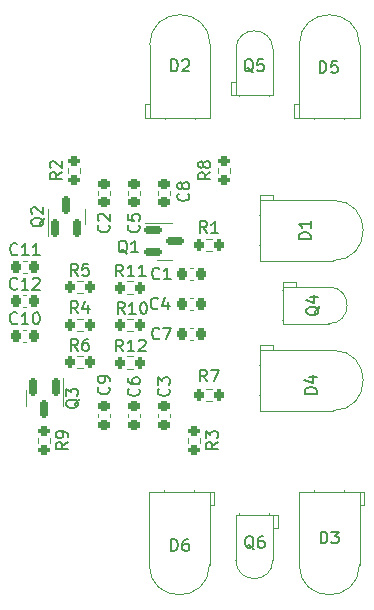
<source format=gbr>
%TF.GenerationSoftware,KiCad,Pcbnew,(6.0.4)*%
%TF.CreationDate,2024-03-23T15:20:54+02:00*%
%TF.ProjectId,EEE3088 Sensing,45454533-3038-4382-9053-656e73696e67,R1.0*%
%TF.SameCoordinates,Original*%
%TF.FileFunction,Legend,Top*%
%TF.FilePolarity,Positive*%
%FSLAX46Y46*%
G04 Gerber Fmt 4.6, Leading zero omitted, Abs format (unit mm)*
G04 Created by KiCad (PCBNEW (6.0.4)) date 2024-03-23 15:20:54*
%MOMM*%
%LPD*%
G01*
G04 APERTURE LIST*
G04 Aperture macros list*
%AMRoundRect*
0 Rectangle with rounded corners*
0 $1 Rounding radius*
0 $2 $3 $4 $5 $6 $7 $8 $9 X,Y pos of 4 corners*
0 Add a 4 corners polygon primitive as box body*
4,1,4,$2,$3,$4,$5,$6,$7,$8,$9,$2,$3,0*
0 Add four circle primitives for the rounded corners*
1,1,$1+$1,$2,$3*
1,1,$1+$1,$4,$5*
1,1,$1+$1,$6,$7*
1,1,$1+$1,$8,$9*
0 Add four rect primitives between the rounded corners*
20,1,$1+$1,$2,$3,$4,$5,0*
20,1,$1+$1,$4,$5,$6,$7,0*
20,1,$1+$1,$6,$7,$8,$9,0*
20,1,$1+$1,$8,$9,$2,$3,0*%
G04 Aperture macros list end*
%ADD10C,0.150000*%
%ADD11C,0.120000*%
%ADD12RoundRect,0.225000X-0.225000X-0.250000X0.225000X-0.250000X0.225000X0.250000X-0.225000X0.250000X0*%
%ADD13RoundRect,0.225000X0.250000X-0.225000X0.250000X0.225000X-0.250000X0.225000X-0.250000X-0.225000X0*%
%ADD14RoundRect,0.225000X-0.250000X0.225000X-0.250000X-0.225000X0.250000X-0.225000X0.250000X0.225000X0*%
%ADD15RoundRect,0.225000X0.225000X0.250000X-0.225000X0.250000X-0.225000X-0.250000X0.225000X-0.250000X0*%
%ADD16RoundRect,0.200000X0.200000X0.275000X-0.200000X0.275000X-0.200000X-0.275000X0.200000X-0.275000X0*%
%ADD17RoundRect,0.200000X0.275000X-0.200000X0.275000X0.200000X-0.275000X0.200000X-0.275000X-0.200000X0*%
%ADD18RoundRect,0.200000X-0.275000X0.200000X-0.275000X-0.200000X0.275000X-0.200000X0.275000X0.200000X0*%
%ADD19RoundRect,0.200000X-0.200000X-0.275000X0.200000X-0.275000X0.200000X0.275000X-0.200000X0.275000X0*%
%ADD20RoundRect,0.150000X-0.150000X0.587500X-0.150000X-0.587500X0.150000X-0.587500X0.150000X0.587500X0*%
%ADD21RoundRect,0.150000X0.150000X-0.587500X0.150000X0.587500X-0.150000X0.587500X-0.150000X-0.587500X0*%
%ADD22RoundRect,0.150000X-0.587500X-0.150000X0.587500X-0.150000X0.587500X0.150000X-0.587500X0.150000X0*%
%ADD23C,1.800000*%
%ADD24R,1.800000X1.800000*%
%ADD25O,1.700000X1.700000*%
%ADD26R,1.700000X1.700000*%
G04 APERTURE END LIST*
D10*
%TO.C,C12*%
X129773142Y-71063142D02*
X129725523Y-71110761D01*
X129582666Y-71158380D01*
X129487428Y-71158380D01*
X129344571Y-71110761D01*
X129249333Y-71015523D01*
X129201714Y-70920285D01*
X129154095Y-70729809D01*
X129154095Y-70586952D01*
X129201714Y-70396476D01*
X129249333Y-70301238D01*
X129344571Y-70206000D01*
X129487428Y-70158380D01*
X129582666Y-70158380D01*
X129725523Y-70206000D01*
X129773142Y-70253619D01*
X130725523Y-71158380D02*
X130154095Y-71158380D01*
X130439809Y-71158380D02*
X130439809Y-70158380D01*
X130344571Y-70301238D01*
X130249333Y-70396476D01*
X130154095Y-70444095D01*
X131106476Y-70253619D02*
X131154095Y-70206000D01*
X131249333Y-70158380D01*
X131487428Y-70158380D01*
X131582666Y-70206000D01*
X131630285Y-70253619D01*
X131677904Y-70348857D01*
X131677904Y-70444095D01*
X131630285Y-70586952D01*
X131058857Y-71158380D01*
X131677904Y-71158380D01*
%TO.C,C11*%
X129786142Y-68142142D02*
X129738523Y-68189761D01*
X129595666Y-68237380D01*
X129500428Y-68237380D01*
X129357571Y-68189761D01*
X129262333Y-68094523D01*
X129214714Y-67999285D01*
X129167095Y-67808809D01*
X129167095Y-67665952D01*
X129214714Y-67475476D01*
X129262333Y-67380238D01*
X129357571Y-67285000D01*
X129500428Y-67237380D01*
X129595666Y-67237380D01*
X129738523Y-67285000D01*
X129786142Y-67332619D01*
X130738523Y-68237380D02*
X130167095Y-68237380D01*
X130452809Y-68237380D02*
X130452809Y-67237380D01*
X130357571Y-67380238D01*
X130262333Y-67475476D01*
X130167095Y-67523095D01*
X131690904Y-68237380D02*
X131119476Y-68237380D01*
X131405190Y-68237380D02*
X131405190Y-67237380D01*
X131309952Y-67380238D01*
X131214714Y-67475476D01*
X131119476Y-67523095D01*
%TO.C,C10*%
X129773142Y-73984142D02*
X129725523Y-74031761D01*
X129582666Y-74079380D01*
X129487428Y-74079380D01*
X129344571Y-74031761D01*
X129249333Y-73936523D01*
X129201714Y-73841285D01*
X129154095Y-73650809D01*
X129154095Y-73507952D01*
X129201714Y-73317476D01*
X129249333Y-73222238D01*
X129344571Y-73127000D01*
X129487428Y-73079380D01*
X129582666Y-73079380D01*
X129725523Y-73127000D01*
X129773142Y-73174619D01*
X130725523Y-74079380D02*
X130154095Y-74079380D01*
X130439809Y-74079380D02*
X130439809Y-73079380D01*
X130344571Y-73222238D01*
X130249333Y-73317476D01*
X130154095Y-73365095D01*
X131344571Y-73079380D02*
X131439809Y-73079380D01*
X131535047Y-73127000D01*
X131582666Y-73174619D01*
X131630285Y-73269857D01*
X131677904Y-73460333D01*
X131677904Y-73698428D01*
X131630285Y-73888904D01*
X131582666Y-73984142D01*
X131535047Y-74031761D01*
X131439809Y-74079380D01*
X131344571Y-74079380D01*
X131249333Y-74031761D01*
X131201714Y-73984142D01*
X131154095Y-73888904D01*
X131106476Y-73698428D01*
X131106476Y-73460333D01*
X131154095Y-73269857D01*
X131201714Y-73174619D01*
X131249333Y-73127000D01*
X131344571Y-73079380D01*
%TO.C,C9*%
X137517142Y-79414666D02*
X137564761Y-79462285D01*
X137612380Y-79605142D01*
X137612380Y-79700380D01*
X137564761Y-79843238D01*
X137469523Y-79938476D01*
X137374285Y-79986095D01*
X137183809Y-80033714D01*
X137040952Y-80033714D01*
X136850476Y-79986095D01*
X136755238Y-79938476D01*
X136660000Y-79843238D01*
X136612380Y-79700380D01*
X136612380Y-79605142D01*
X136660000Y-79462285D01*
X136707619Y-79414666D01*
X137612380Y-78938476D02*
X137612380Y-78748000D01*
X137564761Y-78652761D01*
X137517142Y-78605142D01*
X137374285Y-78509904D01*
X137183809Y-78462285D01*
X136802857Y-78462285D01*
X136707619Y-78509904D01*
X136660000Y-78557523D01*
X136612380Y-78652761D01*
X136612380Y-78843238D01*
X136660000Y-78938476D01*
X136707619Y-78986095D01*
X136802857Y-79033714D01*
X137040952Y-79033714D01*
X137136190Y-78986095D01*
X137183809Y-78938476D01*
X137231428Y-78843238D01*
X137231428Y-78652761D01*
X137183809Y-78557523D01*
X137136190Y-78509904D01*
X137040952Y-78462285D01*
%TO.C,C8*%
X144248142Y-63031666D02*
X144295761Y-63079285D01*
X144343380Y-63222142D01*
X144343380Y-63317380D01*
X144295761Y-63460238D01*
X144200523Y-63555476D01*
X144105285Y-63603095D01*
X143914809Y-63650714D01*
X143771952Y-63650714D01*
X143581476Y-63603095D01*
X143486238Y-63555476D01*
X143391000Y-63460238D01*
X143343380Y-63317380D01*
X143343380Y-63222142D01*
X143391000Y-63079285D01*
X143438619Y-63031666D01*
X143771952Y-62460238D02*
X143724333Y-62555476D01*
X143676714Y-62603095D01*
X143581476Y-62650714D01*
X143533857Y-62650714D01*
X143438619Y-62603095D01*
X143391000Y-62555476D01*
X143343380Y-62460238D01*
X143343380Y-62269761D01*
X143391000Y-62174523D01*
X143438619Y-62126904D01*
X143533857Y-62079285D01*
X143581476Y-62079285D01*
X143676714Y-62126904D01*
X143724333Y-62174523D01*
X143771952Y-62269761D01*
X143771952Y-62460238D01*
X143819571Y-62555476D01*
X143867190Y-62603095D01*
X143962428Y-62650714D01*
X144152904Y-62650714D01*
X144248142Y-62603095D01*
X144295761Y-62555476D01*
X144343380Y-62460238D01*
X144343380Y-62269761D01*
X144295761Y-62174523D01*
X144248142Y-62126904D01*
X144152904Y-62079285D01*
X143962428Y-62079285D01*
X143867190Y-62126904D01*
X143819571Y-62174523D01*
X143771952Y-62269761D01*
%TO.C,C7*%
X141819333Y-75287142D02*
X141771714Y-75334761D01*
X141628857Y-75382380D01*
X141533619Y-75382380D01*
X141390761Y-75334761D01*
X141295523Y-75239523D01*
X141247904Y-75144285D01*
X141200285Y-74953809D01*
X141200285Y-74810952D01*
X141247904Y-74620476D01*
X141295523Y-74525238D01*
X141390761Y-74430000D01*
X141533619Y-74382380D01*
X141628857Y-74382380D01*
X141771714Y-74430000D01*
X141819333Y-74477619D01*
X142152666Y-74382380D02*
X142819333Y-74382380D01*
X142390761Y-75382380D01*
%TO.C,C6*%
X140057142Y-79541666D02*
X140104761Y-79589285D01*
X140152380Y-79732142D01*
X140152380Y-79827380D01*
X140104761Y-79970238D01*
X140009523Y-80065476D01*
X139914285Y-80113095D01*
X139723809Y-80160714D01*
X139580952Y-80160714D01*
X139390476Y-80113095D01*
X139295238Y-80065476D01*
X139200000Y-79970238D01*
X139152380Y-79827380D01*
X139152380Y-79732142D01*
X139200000Y-79589285D01*
X139247619Y-79541666D01*
X139152380Y-78684523D02*
X139152380Y-78875000D01*
X139200000Y-78970238D01*
X139247619Y-79017857D01*
X139390476Y-79113095D01*
X139580952Y-79160714D01*
X139961904Y-79160714D01*
X140057142Y-79113095D01*
X140104761Y-79065476D01*
X140152380Y-78970238D01*
X140152380Y-78779761D01*
X140104761Y-78684523D01*
X140057142Y-78636904D01*
X139961904Y-78589285D01*
X139723809Y-78589285D01*
X139628571Y-78636904D01*
X139580952Y-78684523D01*
X139533333Y-78779761D01*
X139533333Y-78970238D01*
X139580952Y-79065476D01*
X139628571Y-79113095D01*
X139723809Y-79160714D01*
%TO.C,C5*%
X140057142Y-65698666D02*
X140104761Y-65746285D01*
X140152380Y-65889142D01*
X140152380Y-65984380D01*
X140104761Y-66127238D01*
X140009523Y-66222476D01*
X139914285Y-66270095D01*
X139723809Y-66317714D01*
X139580952Y-66317714D01*
X139390476Y-66270095D01*
X139295238Y-66222476D01*
X139200000Y-66127238D01*
X139152380Y-65984380D01*
X139152380Y-65889142D01*
X139200000Y-65746285D01*
X139247619Y-65698666D01*
X139152380Y-64793904D02*
X139152380Y-65270095D01*
X139628571Y-65317714D01*
X139580952Y-65270095D01*
X139533333Y-65174857D01*
X139533333Y-64936761D01*
X139580952Y-64841523D01*
X139628571Y-64793904D01*
X139723809Y-64746285D01*
X139961904Y-64746285D01*
X140057142Y-64793904D01*
X140104761Y-64841523D01*
X140152380Y-64936761D01*
X140152380Y-65174857D01*
X140104761Y-65270095D01*
X140057142Y-65317714D01*
%TO.C,C4*%
X141692333Y-72747142D02*
X141644714Y-72794761D01*
X141501857Y-72842380D01*
X141406619Y-72842380D01*
X141263761Y-72794761D01*
X141168523Y-72699523D01*
X141120904Y-72604285D01*
X141073285Y-72413809D01*
X141073285Y-72270952D01*
X141120904Y-72080476D01*
X141168523Y-71985238D01*
X141263761Y-71890000D01*
X141406619Y-71842380D01*
X141501857Y-71842380D01*
X141644714Y-71890000D01*
X141692333Y-71937619D01*
X142549476Y-72175714D02*
X142549476Y-72842380D01*
X142311380Y-71794761D02*
X142073285Y-72509047D01*
X142692333Y-72509047D01*
%TO.C,C3*%
X142597142Y-79541666D02*
X142644761Y-79589285D01*
X142692380Y-79732142D01*
X142692380Y-79827380D01*
X142644761Y-79970238D01*
X142549523Y-80065476D01*
X142454285Y-80113095D01*
X142263809Y-80160714D01*
X142120952Y-80160714D01*
X141930476Y-80113095D01*
X141835238Y-80065476D01*
X141740000Y-79970238D01*
X141692380Y-79827380D01*
X141692380Y-79732142D01*
X141740000Y-79589285D01*
X141787619Y-79541666D01*
X141692380Y-79208333D02*
X141692380Y-78589285D01*
X142073333Y-78922619D01*
X142073333Y-78779761D01*
X142120952Y-78684523D01*
X142168571Y-78636904D01*
X142263809Y-78589285D01*
X142501904Y-78589285D01*
X142597142Y-78636904D01*
X142644761Y-78684523D01*
X142692380Y-78779761D01*
X142692380Y-79065476D01*
X142644761Y-79160714D01*
X142597142Y-79208333D01*
%TO.C,C2*%
X137517142Y-65698666D02*
X137564761Y-65746285D01*
X137612380Y-65889142D01*
X137612380Y-65984380D01*
X137564761Y-66127238D01*
X137469523Y-66222476D01*
X137374285Y-66270095D01*
X137183809Y-66317714D01*
X137040952Y-66317714D01*
X136850476Y-66270095D01*
X136755238Y-66222476D01*
X136660000Y-66127238D01*
X136612380Y-65984380D01*
X136612380Y-65889142D01*
X136660000Y-65746285D01*
X136707619Y-65698666D01*
X136707619Y-65317714D02*
X136660000Y-65270095D01*
X136612380Y-65174857D01*
X136612380Y-64936761D01*
X136660000Y-64841523D01*
X136707619Y-64793904D01*
X136802857Y-64746285D01*
X136898095Y-64746285D01*
X137040952Y-64793904D01*
X137612380Y-65365333D01*
X137612380Y-64746285D01*
%TO.C,C1*%
X141819333Y-70207142D02*
X141771714Y-70254761D01*
X141628857Y-70302380D01*
X141533619Y-70302380D01*
X141390761Y-70254761D01*
X141295523Y-70159523D01*
X141247904Y-70064285D01*
X141200285Y-69873809D01*
X141200285Y-69730952D01*
X141247904Y-69540476D01*
X141295523Y-69445238D01*
X141390761Y-69350000D01*
X141533619Y-69302380D01*
X141628857Y-69302380D01*
X141771714Y-69350000D01*
X141819333Y-69397619D01*
X142771714Y-70302380D02*
X142200285Y-70302380D01*
X142486000Y-70302380D02*
X142486000Y-69302380D01*
X142390761Y-69445238D01*
X142295523Y-69540476D01*
X142200285Y-69588095D01*
%TO.C,R12*%
X138739142Y-76398380D02*
X138405809Y-75922190D01*
X138167714Y-76398380D02*
X138167714Y-75398380D01*
X138548666Y-75398380D01*
X138643904Y-75446000D01*
X138691523Y-75493619D01*
X138739142Y-75588857D01*
X138739142Y-75731714D01*
X138691523Y-75826952D01*
X138643904Y-75874571D01*
X138548666Y-75922190D01*
X138167714Y-75922190D01*
X139691523Y-76398380D02*
X139120095Y-76398380D01*
X139405809Y-76398380D02*
X139405809Y-75398380D01*
X139310571Y-75541238D01*
X139215333Y-75636476D01*
X139120095Y-75684095D01*
X140072476Y-75493619D02*
X140120095Y-75446000D01*
X140215333Y-75398380D01*
X140453428Y-75398380D01*
X140548666Y-75446000D01*
X140596285Y-75493619D01*
X140643904Y-75588857D01*
X140643904Y-75684095D01*
X140596285Y-75826952D01*
X140024857Y-76398380D01*
X140643904Y-76398380D01*
%TO.C,R11*%
X138739142Y-70048380D02*
X138405809Y-69572190D01*
X138167714Y-70048380D02*
X138167714Y-69048380D01*
X138548666Y-69048380D01*
X138643904Y-69096000D01*
X138691523Y-69143619D01*
X138739142Y-69238857D01*
X138739142Y-69381714D01*
X138691523Y-69476952D01*
X138643904Y-69524571D01*
X138548666Y-69572190D01*
X138167714Y-69572190D01*
X139691523Y-70048380D02*
X139120095Y-70048380D01*
X139405809Y-70048380D02*
X139405809Y-69048380D01*
X139310571Y-69191238D01*
X139215333Y-69286476D01*
X139120095Y-69334095D01*
X140643904Y-70048380D02*
X140072476Y-70048380D01*
X140358190Y-70048380D02*
X140358190Y-69048380D01*
X140262952Y-69191238D01*
X140167714Y-69286476D01*
X140072476Y-69334095D01*
%TO.C,R10*%
X138866142Y-73223380D02*
X138532809Y-72747190D01*
X138294714Y-73223380D02*
X138294714Y-72223380D01*
X138675666Y-72223380D01*
X138770904Y-72271000D01*
X138818523Y-72318619D01*
X138866142Y-72413857D01*
X138866142Y-72556714D01*
X138818523Y-72651952D01*
X138770904Y-72699571D01*
X138675666Y-72747190D01*
X138294714Y-72747190D01*
X139818523Y-73223380D02*
X139247095Y-73223380D01*
X139532809Y-73223380D02*
X139532809Y-72223380D01*
X139437571Y-72366238D01*
X139342333Y-72461476D01*
X139247095Y-72509095D01*
X140437571Y-72223380D02*
X140532809Y-72223380D01*
X140628047Y-72271000D01*
X140675666Y-72318619D01*
X140723285Y-72413857D01*
X140770904Y-72604333D01*
X140770904Y-72842428D01*
X140723285Y-73032904D01*
X140675666Y-73128142D01*
X140628047Y-73175761D01*
X140532809Y-73223380D01*
X140437571Y-73223380D01*
X140342333Y-73175761D01*
X140294714Y-73128142D01*
X140247095Y-73032904D01*
X140199476Y-72842428D01*
X140199476Y-72604333D01*
X140247095Y-72413857D01*
X140294714Y-72318619D01*
X140342333Y-72271000D01*
X140437571Y-72223380D01*
%TO.C,R9*%
X134056380Y-84086666D02*
X133580190Y-84420000D01*
X134056380Y-84658095D02*
X133056380Y-84658095D01*
X133056380Y-84277142D01*
X133104000Y-84181904D01*
X133151619Y-84134285D01*
X133246857Y-84086666D01*
X133389714Y-84086666D01*
X133484952Y-84134285D01*
X133532571Y-84181904D01*
X133580190Y-84277142D01*
X133580190Y-84658095D01*
X134056380Y-83610476D02*
X134056380Y-83420000D01*
X134008761Y-83324761D01*
X133961142Y-83277142D01*
X133818285Y-83181904D01*
X133627809Y-83134285D01*
X133246857Y-83134285D01*
X133151619Y-83181904D01*
X133104000Y-83229523D01*
X133056380Y-83324761D01*
X133056380Y-83515238D01*
X133104000Y-83610476D01*
X133151619Y-83658095D01*
X133246857Y-83705714D01*
X133484952Y-83705714D01*
X133580190Y-83658095D01*
X133627809Y-83610476D01*
X133675428Y-83515238D01*
X133675428Y-83324761D01*
X133627809Y-83229523D01*
X133580190Y-83181904D01*
X133484952Y-83134285D01*
%TO.C,R8*%
X146121380Y-61226666D02*
X145645190Y-61560000D01*
X146121380Y-61798095D02*
X145121380Y-61798095D01*
X145121380Y-61417142D01*
X145169000Y-61321904D01*
X145216619Y-61274285D01*
X145311857Y-61226666D01*
X145454714Y-61226666D01*
X145549952Y-61274285D01*
X145597571Y-61321904D01*
X145645190Y-61417142D01*
X145645190Y-61798095D01*
X145549952Y-60655238D02*
X145502333Y-60750476D01*
X145454714Y-60798095D01*
X145359476Y-60845714D01*
X145311857Y-60845714D01*
X145216619Y-60798095D01*
X145169000Y-60750476D01*
X145121380Y-60655238D01*
X145121380Y-60464761D01*
X145169000Y-60369523D01*
X145216619Y-60321904D01*
X145311857Y-60274285D01*
X145359476Y-60274285D01*
X145454714Y-60321904D01*
X145502333Y-60369523D01*
X145549952Y-60464761D01*
X145549952Y-60655238D01*
X145597571Y-60750476D01*
X145645190Y-60798095D01*
X145740428Y-60845714D01*
X145930904Y-60845714D01*
X146026142Y-60798095D01*
X146073761Y-60750476D01*
X146121380Y-60655238D01*
X146121380Y-60464761D01*
X146073761Y-60369523D01*
X146026142Y-60321904D01*
X145930904Y-60274285D01*
X145740428Y-60274285D01*
X145645190Y-60321904D01*
X145597571Y-60369523D01*
X145549952Y-60464761D01*
%TO.C,R7*%
X145833333Y-78938380D02*
X145500000Y-78462190D01*
X145261904Y-78938380D02*
X145261904Y-77938380D01*
X145642857Y-77938380D01*
X145738095Y-77986000D01*
X145785714Y-78033619D01*
X145833333Y-78128857D01*
X145833333Y-78271714D01*
X145785714Y-78366952D01*
X145738095Y-78414571D01*
X145642857Y-78462190D01*
X145261904Y-78462190D01*
X146166666Y-77938380D02*
X146833333Y-77938380D01*
X146404761Y-78938380D01*
%TO.C,R6*%
X134911333Y-76338380D02*
X134578000Y-75862190D01*
X134339904Y-76338380D02*
X134339904Y-75338380D01*
X134720857Y-75338380D01*
X134816095Y-75386000D01*
X134863714Y-75433619D01*
X134911333Y-75528857D01*
X134911333Y-75671714D01*
X134863714Y-75766952D01*
X134816095Y-75814571D01*
X134720857Y-75862190D01*
X134339904Y-75862190D01*
X135768476Y-75338380D02*
X135578000Y-75338380D01*
X135482761Y-75386000D01*
X135435142Y-75433619D01*
X135339904Y-75576476D01*
X135292285Y-75766952D01*
X135292285Y-76147904D01*
X135339904Y-76243142D01*
X135387523Y-76290761D01*
X135482761Y-76338380D01*
X135673238Y-76338380D01*
X135768476Y-76290761D01*
X135816095Y-76243142D01*
X135863714Y-76147904D01*
X135863714Y-75909809D01*
X135816095Y-75814571D01*
X135768476Y-75766952D01*
X135673238Y-75719333D01*
X135482761Y-75719333D01*
X135387523Y-75766952D01*
X135339904Y-75814571D01*
X135292285Y-75909809D01*
%TO.C,R5*%
X134911333Y-69988380D02*
X134578000Y-69512190D01*
X134339904Y-69988380D02*
X134339904Y-68988380D01*
X134720857Y-68988380D01*
X134816095Y-69036000D01*
X134863714Y-69083619D01*
X134911333Y-69178857D01*
X134911333Y-69321714D01*
X134863714Y-69416952D01*
X134816095Y-69464571D01*
X134720857Y-69512190D01*
X134339904Y-69512190D01*
X135816095Y-68988380D02*
X135339904Y-68988380D01*
X135292285Y-69464571D01*
X135339904Y-69416952D01*
X135435142Y-69369333D01*
X135673238Y-69369333D01*
X135768476Y-69416952D01*
X135816095Y-69464571D01*
X135863714Y-69559809D01*
X135863714Y-69797904D01*
X135816095Y-69893142D01*
X135768476Y-69940761D01*
X135673238Y-69988380D01*
X135435142Y-69988380D01*
X135339904Y-69940761D01*
X135292285Y-69893142D01*
%TO.C,R4*%
X134911333Y-73163380D02*
X134578000Y-72687190D01*
X134339904Y-73163380D02*
X134339904Y-72163380D01*
X134720857Y-72163380D01*
X134816095Y-72211000D01*
X134863714Y-72258619D01*
X134911333Y-72353857D01*
X134911333Y-72496714D01*
X134863714Y-72591952D01*
X134816095Y-72639571D01*
X134720857Y-72687190D01*
X134339904Y-72687190D01*
X135768476Y-72496714D02*
X135768476Y-73163380D01*
X135530380Y-72115761D02*
X135292285Y-72830047D01*
X135911333Y-72830047D01*
%TO.C,R3*%
X146756380Y-84086666D02*
X146280190Y-84420000D01*
X146756380Y-84658095D02*
X145756380Y-84658095D01*
X145756380Y-84277142D01*
X145804000Y-84181904D01*
X145851619Y-84134285D01*
X145946857Y-84086666D01*
X146089714Y-84086666D01*
X146184952Y-84134285D01*
X146232571Y-84181904D01*
X146280190Y-84277142D01*
X146280190Y-84658095D01*
X145756380Y-83753333D02*
X145756380Y-83134285D01*
X146137333Y-83467619D01*
X146137333Y-83324761D01*
X146184952Y-83229523D01*
X146232571Y-83181904D01*
X146327809Y-83134285D01*
X146565904Y-83134285D01*
X146661142Y-83181904D01*
X146708761Y-83229523D01*
X146756380Y-83324761D01*
X146756380Y-83610476D01*
X146708761Y-83705714D01*
X146661142Y-83753333D01*
%TO.C,R2*%
X133548380Y-61226666D02*
X133072190Y-61560000D01*
X133548380Y-61798095D02*
X132548380Y-61798095D01*
X132548380Y-61417142D01*
X132596000Y-61321904D01*
X132643619Y-61274285D01*
X132738857Y-61226666D01*
X132881714Y-61226666D01*
X132976952Y-61274285D01*
X133024571Y-61321904D01*
X133072190Y-61417142D01*
X133072190Y-61798095D01*
X132643619Y-60845714D02*
X132596000Y-60798095D01*
X132548380Y-60702857D01*
X132548380Y-60464761D01*
X132596000Y-60369523D01*
X132643619Y-60321904D01*
X132738857Y-60274285D01*
X132834095Y-60274285D01*
X132976952Y-60321904D01*
X133548380Y-60893333D01*
X133548380Y-60274285D01*
%TO.C,R1*%
X145833333Y-66365380D02*
X145500000Y-65889190D01*
X145261904Y-66365380D02*
X145261904Y-65365380D01*
X145642857Y-65365380D01*
X145738095Y-65413000D01*
X145785714Y-65460619D01*
X145833333Y-65555857D01*
X145833333Y-65698714D01*
X145785714Y-65793952D01*
X145738095Y-65841571D01*
X145642857Y-65889190D01*
X145261904Y-65889190D01*
X146785714Y-66365380D02*
X146214285Y-66365380D01*
X146500000Y-66365380D02*
X146500000Y-65365380D01*
X146404761Y-65508238D01*
X146309523Y-65603476D01*
X146214285Y-65651095D01*
%TO.C,Q3*%
X135027619Y-80437738D02*
X134980000Y-80532976D01*
X134884761Y-80628214D01*
X134741904Y-80771071D01*
X134694285Y-80866309D01*
X134694285Y-80961547D01*
X134932380Y-80913928D02*
X134884761Y-81009166D01*
X134789523Y-81104404D01*
X134599047Y-81152023D01*
X134265714Y-81152023D01*
X134075238Y-81104404D01*
X133980000Y-81009166D01*
X133932380Y-80913928D01*
X133932380Y-80723452D01*
X133980000Y-80628214D01*
X134075238Y-80532976D01*
X134265714Y-80485357D01*
X134599047Y-80485357D01*
X134789523Y-80532976D01*
X134884761Y-80628214D01*
X134932380Y-80723452D01*
X134932380Y-80913928D01*
X133932380Y-80152023D02*
X133932380Y-79532976D01*
X134313333Y-79866309D01*
X134313333Y-79723452D01*
X134360952Y-79628214D01*
X134408571Y-79580595D01*
X134503809Y-79532976D01*
X134741904Y-79532976D01*
X134837142Y-79580595D01*
X134884761Y-79628214D01*
X134932380Y-79723452D01*
X134932380Y-80009166D01*
X134884761Y-80104404D01*
X134837142Y-80152023D01*
%TO.C,Q2*%
X132071619Y-65070738D02*
X132024000Y-65165976D01*
X131928761Y-65261214D01*
X131785904Y-65404071D01*
X131738285Y-65499309D01*
X131738285Y-65594547D01*
X131976380Y-65546928D02*
X131928761Y-65642166D01*
X131833523Y-65737404D01*
X131643047Y-65785023D01*
X131309714Y-65785023D01*
X131119238Y-65737404D01*
X131024000Y-65642166D01*
X130976380Y-65546928D01*
X130976380Y-65356452D01*
X131024000Y-65261214D01*
X131119238Y-65165976D01*
X131309714Y-65118357D01*
X131643047Y-65118357D01*
X131833523Y-65165976D01*
X131928761Y-65261214D01*
X131976380Y-65356452D01*
X131976380Y-65546928D01*
X131071619Y-64737404D02*
X131024000Y-64689785D01*
X130976380Y-64594547D01*
X130976380Y-64356452D01*
X131024000Y-64261214D01*
X131071619Y-64213595D01*
X131166857Y-64165976D01*
X131262095Y-64165976D01*
X131404952Y-64213595D01*
X131976380Y-64785023D01*
X131976380Y-64165976D01*
%TO.C,Q1*%
X139096761Y-68111619D02*
X139001523Y-68064000D01*
X138906285Y-67968761D01*
X138763428Y-67825904D01*
X138668190Y-67778285D01*
X138572952Y-67778285D01*
X138620571Y-68016380D02*
X138525333Y-67968761D01*
X138430095Y-67873523D01*
X138382476Y-67683047D01*
X138382476Y-67349714D01*
X138430095Y-67159238D01*
X138525333Y-67064000D01*
X138620571Y-67016380D01*
X138811047Y-67016380D01*
X138906285Y-67064000D01*
X139001523Y-67159238D01*
X139049142Y-67349714D01*
X139049142Y-67683047D01*
X139001523Y-67873523D01*
X138906285Y-67968761D01*
X138811047Y-68016380D01*
X138620571Y-68016380D01*
X140001523Y-68016380D02*
X139430095Y-68016380D01*
X139715809Y-68016380D02*
X139715809Y-67016380D01*
X139620571Y-67159238D01*
X139525333Y-67254476D01*
X139430095Y-67302095D01*
%TO.C,Q6*%
X149814761Y-93130619D02*
X149719523Y-93083000D01*
X149624285Y-92987761D01*
X149481428Y-92844904D01*
X149386190Y-92797285D01*
X149290952Y-92797285D01*
X149338571Y-93035380D02*
X149243333Y-92987761D01*
X149148095Y-92892523D01*
X149100476Y-92702047D01*
X149100476Y-92368714D01*
X149148095Y-92178238D01*
X149243333Y-92083000D01*
X149338571Y-92035380D01*
X149529047Y-92035380D01*
X149624285Y-92083000D01*
X149719523Y-92178238D01*
X149767142Y-92368714D01*
X149767142Y-92702047D01*
X149719523Y-92892523D01*
X149624285Y-92987761D01*
X149529047Y-93035380D01*
X149338571Y-93035380D01*
X150624285Y-92035380D02*
X150433809Y-92035380D01*
X150338571Y-92083000D01*
X150290952Y-92130619D01*
X150195714Y-92273476D01*
X150148095Y-92463952D01*
X150148095Y-92844904D01*
X150195714Y-92940142D01*
X150243333Y-92987761D01*
X150338571Y-93035380D01*
X150529047Y-93035380D01*
X150624285Y-92987761D01*
X150671904Y-92940142D01*
X150719523Y-92844904D01*
X150719523Y-92606809D01*
X150671904Y-92511571D01*
X150624285Y-92463952D01*
X150529047Y-92416333D01*
X150338571Y-92416333D01*
X150243333Y-92463952D01*
X150195714Y-92511571D01*
X150148095Y-92606809D01*
%TO.C,D2*%
X142821904Y-52676380D02*
X142821904Y-51676380D01*
X143060000Y-51676380D01*
X143202857Y-51724000D01*
X143298095Y-51819238D01*
X143345714Y-51914476D01*
X143393333Y-52104952D01*
X143393333Y-52247809D01*
X143345714Y-52438285D01*
X143298095Y-52533523D01*
X143202857Y-52628761D01*
X143060000Y-52676380D01*
X142821904Y-52676380D01*
X143774285Y-51771619D02*
X143821904Y-51724000D01*
X143917142Y-51676380D01*
X144155238Y-51676380D01*
X144250476Y-51724000D01*
X144298095Y-51771619D01*
X144345714Y-51866857D01*
X144345714Y-51962095D01*
X144298095Y-52104952D01*
X143726666Y-52676380D01*
X144345714Y-52676380D01*
%TO.C,Q4*%
X155360619Y-72585238D02*
X155313000Y-72680476D01*
X155217761Y-72775714D01*
X155074904Y-72918571D01*
X155027285Y-73013809D01*
X155027285Y-73109047D01*
X155265380Y-73061428D02*
X155217761Y-73156666D01*
X155122523Y-73251904D01*
X154932047Y-73299523D01*
X154598714Y-73299523D01*
X154408238Y-73251904D01*
X154313000Y-73156666D01*
X154265380Y-73061428D01*
X154265380Y-72870952D01*
X154313000Y-72775714D01*
X154408238Y-72680476D01*
X154598714Y-72632857D01*
X154932047Y-72632857D01*
X155122523Y-72680476D01*
X155217761Y-72775714D01*
X155265380Y-72870952D01*
X155265380Y-73061428D01*
X154598714Y-71775714D02*
X155265380Y-71775714D01*
X154217761Y-72013809D02*
X154932047Y-72251904D01*
X154932047Y-71632857D01*
%TO.C,Q5*%
X149764761Y-52771619D02*
X149669523Y-52724000D01*
X149574285Y-52628761D01*
X149431428Y-52485904D01*
X149336190Y-52438285D01*
X149240952Y-52438285D01*
X149288571Y-52676380D02*
X149193333Y-52628761D01*
X149098095Y-52533523D01*
X149050476Y-52343047D01*
X149050476Y-52009714D01*
X149098095Y-51819238D01*
X149193333Y-51724000D01*
X149288571Y-51676380D01*
X149479047Y-51676380D01*
X149574285Y-51724000D01*
X149669523Y-51819238D01*
X149717142Y-52009714D01*
X149717142Y-52343047D01*
X149669523Y-52533523D01*
X149574285Y-52628761D01*
X149479047Y-52676380D01*
X149288571Y-52676380D01*
X150621904Y-51676380D02*
X150145714Y-51676380D01*
X150098095Y-52152571D01*
X150145714Y-52104952D01*
X150240952Y-52057333D01*
X150479047Y-52057333D01*
X150574285Y-52104952D01*
X150621904Y-52152571D01*
X150669523Y-52247809D01*
X150669523Y-52485904D01*
X150621904Y-52581142D01*
X150574285Y-52628761D01*
X150479047Y-52676380D01*
X150240952Y-52676380D01*
X150145714Y-52628761D01*
X150098095Y-52581142D01*
%TO.C,D6*%
X142821904Y-93289380D02*
X142821904Y-92289380D01*
X143060000Y-92289380D01*
X143202857Y-92337000D01*
X143298095Y-92432238D01*
X143345714Y-92527476D01*
X143393333Y-92717952D01*
X143393333Y-92860809D01*
X143345714Y-93051285D01*
X143298095Y-93146523D01*
X143202857Y-93241761D01*
X143060000Y-93289380D01*
X142821904Y-93289380D01*
X144250476Y-92289380D02*
X144060000Y-92289380D01*
X143964761Y-92337000D01*
X143917142Y-92384619D01*
X143821904Y-92527476D01*
X143774285Y-92717952D01*
X143774285Y-93098904D01*
X143821904Y-93194142D01*
X143869523Y-93241761D01*
X143964761Y-93289380D01*
X144155238Y-93289380D01*
X144250476Y-93241761D01*
X144298095Y-93194142D01*
X144345714Y-93098904D01*
X144345714Y-92860809D01*
X144298095Y-92765571D01*
X144250476Y-92717952D01*
X144155238Y-92670333D01*
X143964761Y-92670333D01*
X143869523Y-92717952D01*
X143821904Y-92765571D01*
X143774285Y-92860809D01*
%TO.C,D1*%
X154630380Y-66883095D02*
X153630380Y-66883095D01*
X153630380Y-66645000D01*
X153678000Y-66502142D01*
X153773238Y-66406904D01*
X153868476Y-66359285D01*
X154058952Y-66311666D01*
X154201809Y-66311666D01*
X154392285Y-66359285D01*
X154487523Y-66406904D01*
X154582761Y-66502142D01*
X154630380Y-66645000D01*
X154630380Y-66883095D01*
X154630380Y-65359285D02*
X154630380Y-65930714D01*
X154630380Y-65645000D02*
X153630380Y-65645000D01*
X153773238Y-65740238D01*
X153868476Y-65835476D01*
X153916095Y-65930714D01*
%TO.C,D5*%
X155394904Y-52803380D02*
X155394904Y-51803380D01*
X155633000Y-51803380D01*
X155775857Y-51851000D01*
X155871095Y-51946238D01*
X155918714Y-52041476D01*
X155966333Y-52231952D01*
X155966333Y-52374809D01*
X155918714Y-52565285D01*
X155871095Y-52660523D01*
X155775857Y-52755761D01*
X155633000Y-52803380D01*
X155394904Y-52803380D01*
X156871095Y-51803380D02*
X156394904Y-51803380D01*
X156347285Y-52279571D01*
X156394904Y-52231952D01*
X156490142Y-52184333D01*
X156728238Y-52184333D01*
X156823476Y-52231952D01*
X156871095Y-52279571D01*
X156918714Y-52374809D01*
X156918714Y-52612904D01*
X156871095Y-52708142D01*
X156823476Y-52755761D01*
X156728238Y-52803380D01*
X156490142Y-52803380D01*
X156394904Y-52755761D01*
X156347285Y-52708142D01*
%TO.C,D4*%
X155138380Y-79986095D02*
X154138380Y-79986095D01*
X154138380Y-79748000D01*
X154186000Y-79605142D01*
X154281238Y-79509904D01*
X154376476Y-79462285D01*
X154566952Y-79414666D01*
X154709809Y-79414666D01*
X154900285Y-79462285D01*
X154995523Y-79509904D01*
X155090761Y-79605142D01*
X155138380Y-79748000D01*
X155138380Y-79986095D01*
X154471714Y-78557523D02*
X155138380Y-78557523D01*
X154090761Y-78795619D02*
X154805047Y-79033714D01*
X154805047Y-78414666D01*
%TO.C,D3*%
X155466904Y-92654380D02*
X155466904Y-91654380D01*
X155705000Y-91654380D01*
X155847857Y-91702000D01*
X155943095Y-91797238D01*
X155990714Y-91892476D01*
X156038333Y-92082952D01*
X156038333Y-92225809D01*
X155990714Y-92416285D01*
X155943095Y-92511523D01*
X155847857Y-92606761D01*
X155705000Y-92654380D01*
X155466904Y-92654380D01*
X156371666Y-91654380D02*
X156990714Y-91654380D01*
X156657380Y-92035333D01*
X156800238Y-92035333D01*
X156895476Y-92082952D01*
X156943095Y-92130571D01*
X156990714Y-92225809D01*
X156990714Y-92463904D01*
X156943095Y-92559142D01*
X156895476Y-92606761D01*
X156800238Y-92654380D01*
X156514523Y-92654380D01*
X156419285Y-92606761D01*
X156371666Y-92559142D01*
D11*
%TO.C,C12*%
X130275420Y-72646000D02*
X130556580Y-72646000D01*
X130275420Y-71626000D02*
X130556580Y-71626000D01*
%TO.C,C11*%
X130288420Y-69725000D02*
X130569580Y-69725000D01*
X130288420Y-68705000D02*
X130569580Y-68705000D01*
%TO.C,C10*%
X130275420Y-75567000D02*
X130556580Y-75567000D01*
X130275420Y-74547000D02*
X130556580Y-74547000D01*
%TO.C,C9*%
X137670000Y-81965580D02*
X137670000Y-81684420D01*
X136650000Y-81965580D02*
X136650000Y-81684420D01*
%TO.C,C8*%
X142750000Y-62838420D02*
X142750000Y-63119580D01*
X141730000Y-62838420D02*
X141730000Y-63119580D01*
%TO.C,C7*%
X144679580Y-74420000D02*
X144398420Y-74420000D01*
X144679580Y-75440000D02*
X144398420Y-75440000D01*
%TO.C,C6*%
X140210000Y-81965580D02*
X140210000Y-81684420D01*
X139190000Y-81965580D02*
X139190000Y-81684420D01*
%TO.C,C5*%
X139190000Y-62838420D02*
X139190000Y-63119580D01*
X140210000Y-62838420D02*
X140210000Y-63119580D01*
%TO.C,C4*%
X144679580Y-71880000D02*
X144398420Y-71880000D01*
X144679580Y-72900000D02*
X144398420Y-72900000D01*
%TO.C,C3*%
X142710000Y-81965580D02*
X142710000Y-81684420D01*
X141690000Y-81965580D02*
X141690000Y-81684420D01*
%TO.C,C2*%
X136640000Y-62838420D02*
X136640000Y-63119580D01*
X137660000Y-62838420D02*
X137660000Y-63119580D01*
%TO.C,C1*%
X144679580Y-69340000D02*
X144398420Y-69340000D01*
X144679580Y-70360000D02*
X144398420Y-70360000D01*
%TO.C,R12*%
X139556258Y-76820500D02*
X139081742Y-76820500D01*
X139556258Y-77865500D02*
X139081742Y-77865500D01*
%TO.C,R11*%
X139556258Y-70470500D02*
X139081742Y-70470500D01*
X139556258Y-71515500D02*
X139081742Y-71515500D01*
%TO.C,R10*%
X139556258Y-73645500D02*
X139081742Y-73645500D01*
X139556258Y-74690500D02*
X139081742Y-74690500D01*
%TO.C,R9*%
X132552500Y-84157258D02*
X132552500Y-83682742D01*
X131507500Y-84157258D02*
X131507500Y-83682742D01*
%TO.C,R8*%
X146747500Y-60822742D02*
X146747500Y-61297258D01*
X147792500Y-60822742D02*
X147792500Y-61297258D01*
%TO.C,R7*%
X146237258Y-79587500D02*
X145762742Y-79587500D01*
X146237258Y-80632500D02*
X145762742Y-80632500D01*
%TO.C,R6*%
X134840742Y-77838500D02*
X135315258Y-77838500D01*
X134840742Y-76793500D02*
X135315258Y-76793500D01*
%TO.C,R5*%
X134840742Y-71488500D02*
X135315258Y-71488500D01*
X134840742Y-70443500D02*
X135315258Y-70443500D01*
%TO.C,R4*%
X134840742Y-74663500D02*
X135315258Y-74663500D01*
X134840742Y-73618500D02*
X135315258Y-73618500D01*
%TO.C,R3*%
X145252500Y-84157258D02*
X145252500Y-83682742D01*
X144207500Y-84157258D02*
X144207500Y-83682742D01*
%TO.C,R2*%
X134047500Y-60822742D02*
X134047500Y-61297258D01*
X135092500Y-60822742D02*
X135092500Y-61297258D01*
%TO.C,R1*%
X146237258Y-66887500D02*
X145762742Y-66887500D01*
X146237258Y-67932500D02*
X145762742Y-67932500D01*
%TO.C,Q3*%
X133640000Y-80342500D02*
X133640000Y-80992500D01*
X130520000Y-80342500D02*
X130520000Y-80992500D01*
X133640000Y-80342500D02*
X133640000Y-78667500D01*
X130520000Y-80342500D02*
X130520000Y-79692500D01*
%TO.C,Q2*%
X132364000Y-64975500D02*
X132364000Y-64325500D01*
X135484000Y-64975500D02*
X135484000Y-64325500D01*
X132364000Y-64975500D02*
X132364000Y-66650500D01*
X135484000Y-64975500D02*
X135484000Y-65625500D01*
%TO.C,Q1*%
X142240000Y-68616000D02*
X141590000Y-68616000D01*
X142240000Y-65496000D02*
X140565000Y-65496000D01*
X142240000Y-68616000D02*
X142890000Y-68616000D01*
X142240000Y-65496000D02*
X142890000Y-65496000D01*
%TO.C,Q6*%
X148300000Y-94070000D02*
G75*
G03*
X151420000Y-94070000I1560000J0D01*
G01*
X148590000Y-90210000D02*
X148590000Y-90080000D01*
X148590000Y-90080000D02*
X148590000Y-90210000D01*
X151420000Y-90210000D02*
X151820000Y-90210000D01*
X151420000Y-91330000D02*
X151420000Y-90210000D01*
X148590000Y-90210000D02*
X148590000Y-90210000D01*
X151130000Y-90210000D02*
X151130000Y-90080000D01*
X151130000Y-90080000D02*
X151130000Y-90210000D01*
X148300000Y-90210000D02*
X151420000Y-90210000D01*
X151820000Y-90210000D02*
X151820000Y-91330000D01*
X151130000Y-90080000D02*
X151130000Y-90080000D01*
X151820000Y-91330000D02*
X151420000Y-91330000D01*
X148300000Y-90210000D02*
X148300000Y-94070000D01*
X151420000Y-90210000D02*
X151420000Y-94070000D01*
X148590000Y-90080000D02*
X148590000Y-90080000D01*
X151130000Y-90210000D02*
X151130000Y-90210000D01*
%TO.C,D2*%
X142290000Y-56735000D02*
X142290000Y-56605000D01*
X144830000Y-56605000D02*
X144830000Y-56735000D01*
X146120000Y-56605000D02*
X141000000Y-56605000D01*
X144830000Y-56735000D02*
X144830000Y-56735000D01*
X144830000Y-56735000D02*
X144830000Y-56605000D01*
X146120000Y-56605000D02*
X146120000Y-50445000D01*
X142290000Y-56605000D02*
X142290000Y-56735000D01*
X141000000Y-56605000D02*
X141000000Y-50445000D01*
X140600000Y-56605000D02*
X140600000Y-55485000D01*
X142290000Y-56605000D02*
X142290000Y-56605000D01*
X140600000Y-55485000D02*
X141000000Y-55485000D01*
X144830000Y-56605000D02*
X144830000Y-56605000D01*
X142290000Y-56735000D02*
X142290000Y-56735000D01*
X141000000Y-55485000D02*
X141000000Y-56605000D01*
X141000000Y-56605000D02*
X140600000Y-56605000D01*
X146120000Y-50445000D02*
G75*
G03*
X141000000Y-50445000I-2560000J0D01*
G01*
%TO.C,Q4*%
X156150000Y-74050000D02*
G75*
G03*
X156150000Y-70930000I0J1560000D01*
G01*
X152290000Y-73760000D02*
X152290000Y-73760000D01*
X152290000Y-70930000D02*
X156150000Y-70930000D01*
X152290000Y-71220000D02*
X152290000Y-71220000D01*
X152290000Y-70530000D02*
X153410000Y-70530000D01*
X152290000Y-74050000D02*
X156150000Y-74050000D01*
X152160000Y-73760000D02*
X152160000Y-73760000D01*
X152160000Y-71220000D02*
X152290000Y-71220000D01*
X152290000Y-71220000D02*
X152160000Y-71220000D01*
X152160000Y-71220000D02*
X152160000Y-71220000D01*
X152290000Y-73760000D02*
X152160000Y-73760000D01*
X153410000Y-70530000D02*
X153410000Y-70930000D01*
X152290000Y-70930000D02*
X152290000Y-70530000D01*
X152290000Y-74050000D02*
X152290000Y-70930000D01*
X152160000Y-73760000D02*
X152290000Y-73760000D01*
X153410000Y-70930000D02*
X152290000Y-70930000D01*
%TO.C,Q5*%
X148590000Y-54800000D02*
X148590000Y-54800000D01*
X148590000Y-54670000D02*
X148590000Y-54800000D01*
X151130000Y-54800000D02*
X151130000Y-54670000D01*
X151130000Y-54670000D02*
X151130000Y-54670000D01*
X148590000Y-54800000D02*
X148590000Y-54670000D01*
X147900000Y-53550000D02*
X148300000Y-53550000D01*
X148300000Y-53550000D02*
X148300000Y-54670000D01*
X151420000Y-54670000D02*
X151420000Y-50810000D01*
X151420000Y-54670000D02*
X148300000Y-54670000D01*
X148300000Y-54670000D02*
X148300000Y-50810000D01*
X151130000Y-54670000D02*
X151130000Y-54800000D01*
X148300000Y-54670000D02*
X147900000Y-54670000D01*
X147900000Y-54670000D02*
X147900000Y-53550000D01*
X148590000Y-54670000D02*
X148590000Y-54670000D01*
X151130000Y-54800000D02*
X151130000Y-54800000D01*
X151420000Y-50810000D02*
G75*
G03*
X148300000Y-50810000I-1560000J0D01*
G01*
%TO.C,D6*%
X140945000Y-88275000D02*
X140945000Y-94435000D01*
X140945000Y-88275000D02*
X146065000Y-88275000D01*
X142235000Y-88145000D02*
X142235000Y-88275000D01*
X146465000Y-88275000D02*
X146465000Y-89395000D01*
X142235000Y-88145000D02*
X142235000Y-88145000D01*
X144775000Y-88145000D02*
X144775000Y-88145000D01*
X144775000Y-88275000D02*
X144775000Y-88275000D01*
X146065000Y-88275000D02*
X146465000Y-88275000D01*
X144775000Y-88275000D02*
X144775000Y-88145000D01*
X146465000Y-89395000D02*
X146065000Y-89395000D01*
X144775000Y-88145000D02*
X144775000Y-88275000D01*
X142235000Y-88275000D02*
X142235000Y-88275000D01*
X146065000Y-88275000D02*
X146065000Y-94435000D01*
X142235000Y-88275000D02*
X142235000Y-88145000D01*
X146065000Y-89395000D02*
X146065000Y-88275000D01*
X140945000Y-94435000D02*
G75*
G03*
X146065000Y-94435000I2560000J0D01*
G01*
%TO.C,D1*%
X150355000Y-68705000D02*
X156515000Y-68705000D01*
X150355000Y-64875000D02*
X150225000Y-64875000D01*
X150225000Y-67415000D02*
X150355000Y-67415000D01*
X150355000Y-63185000D02*
X151475000Y-63185000D01*
X150355000Y-64875000D02*
X150355000Y-64875000D01*
X151475000Y-63185000D02*
X151475000Y-63585000D01*
X150225000Y-67415000D02*
X150225000Y-67415000D01*
X150355000Y-67415000D02*
X150225000Y-67415000D01*
X151475000Y-63585000D02*
X150355000Y-63585000D01*
X150355000Y-68705000D02*
X150355000Y-63585000D01*
X150355000Y-67415000D02*
X150355000Y-67415000D01*
X150355000Y-63585000D02*
X150355000Y-63185000D01*
X150225000Y-64875000D02*
X150225000Y-64875000D01*
X150225000Y-64875000D02*
X150355000Y-64875000D01*
X150355000Y-63585000D02*
X156515000Y-63585000D01*
X156515000Y-68705000D02*
G75*
G03*
X156515000Y-63585000I0J2560000D01*
G01*
%TO.C,D5*%
X154945000Y-56605000D02*
X154945000Y-56605000D01*
X153655000Y-56605000D02*
X153255000Y-56605000D01*
X157485000Y-56735000D02*
X157485000Y-56735000D01*
X154945000Y-56735000D02*
X154945000Y-56735000D01*
X153255000Y-56605000D02*
X153255000Y-55485000D01*
X154945000Y-56735000D02*
X154945000Y-56605000D01*
X157485000Y-56605000D02*
X157485000Y-56735000D01*
X154945000Y-56605000D02*
X154945000Y-56735000D01*
X158775000Y-56605000D02*
X158775000Y-50445000D01*
X158775000Y-56605000D02*
X153655000Y-56605000D01*
X157485000Y-56735000D02*
X157485000Y-56605000D01*
X153655000Y-55485000D02*
X153655000Y-56605000D01*
X153255000Y-55485000D02*
X153655000Y-55485000D01*
X153655000Y-56605000D02*
X153655000Y-50445000D01*
X157485000Y-56605000D02*
X157485000Y-56605000D01*
X158775000Y-50445000D02*
G75*
G03*
X153655000Y-50445000I-2560000J0D01*
G01*
%TO.C,D4*%
X150355000Y-75885000D02*
X151475000Y-75885000D01*
X150355000Y-77575000D02*
X150225000Y-77575000D01*
X150355000Y-80115000D02*
X150225000Y-80115000D01*
X150355000Y-77575000D02*
X150355000Y-77575000D01*
X150225000Y-80115000D02*
X150355000Y-80115000D01*
X151475000Y-75885000D02*
X151475000Y-76285000D01*
X150355000Y-81405000D02*
X150355000Y-76285000D01*
X150355000Y-80115000D02*
X150355000Y-80115000D01*
X151475000Y-76285000D02*
X150355000Y-76285000D01*
X150225000Y-77575000D02*
X150225000Y-77575000D01*
X150355000Y-81405000D02*
X156515000Y-81405000D01*
X150225000Y-80115000D02*
X150225000Y-80115000D01*
X150225000Y-77575000D02*
X150355000Y-77575000D01*
X150355000Y-76285000D02*
X156515000Y-76285000D01*
X150355000Y-76285000D02*
X150355000Y-75885000D01*
X156515000Y-81405000D02*
G75*
G03*
X156515000Y-76285000I0J2560000D01*
G01*
%TO.C,D3*%
X159165000Y-88275000D02*
X159165000Y-89395000D01*
X154935000Y-88275000D02*
X154935000Y-88275000D01*
X158765000Y-89395000D02*
X158765000Y-88275000D01*
X154935000Y-88145000D02*
X154935000Y-88275000D01*
X157475000Y-88145000D02*
X157475000Y-88145000D01*
X157475000Y-88145000D02*
X157475000Y-88275000D01*
X157475000Y-88275000D02*
X157475000Y-88145000D01*
X158765000Y-88275000D02*
X158765000Y-94435000D01*
X159165000Y-89395000D02*
X158765000Y-89395000D01*
X153645000Y-88275000D02*
X153645000Y-94435000D01*
X154935000Y-88145000D02*
X154935000Y-88145000D01*
X157475000Y-88275000D02*
X157475000Y-88275000D01*
X153645000Y-88275000D02*
X158765000Y-88275000D01*
X154935000Y-88275000D02*
X154935000Y-88145000D01*
X158765000Y-88275000D02*
X159165000Y-88275000D01*
X153645000Y-94435000D02*
G75*
G03*
X158765000Y-94435000I2560000J0D01*
G01*
%TD*%
%LPC*%
D12*
%TO.C,C12*%
X129641000Y-72136000D03*
X131191000Y-72136000D03*
%TD*%
%TO.C,C11*%
X129654000Y-69215000D03*
X131204000Y-69215000D03*
%TD*%
%TO.C,C10*%
X129641000Y-75057000D03*
X131191000Y-75057000D03*
%TD*%
D13*
%TO.C,C9*%
X137160000Y-82600000D03*
X137160000Y-81050000D03*
%TD*%
D14*
%TO.C,C8*%
X142240000Y-63754000D03*
X142240000Y-62204000D03*
%TD*%
D15*
%TO.C,C7*%
X145314000Y-74930000D03*
X143764000Y-74930000D03*
%TD*%
D13*
%TO.C,C6*%
X139700000Y-82600000D03*
X139700000Y-81050000D03*
%TD*%
D14*
%TO.C,C5*%
X139700000Y-62204000D03*
X139700000Y-63754000D03*
%TD*%
D15*
%TO.C,C4*%
X145314000Y-72390000D03*
X143764000Y-72390000D03*
%TD*%
D13*
%TO.C,C3*%
X142200000Y-82600000D03*
X142200000Y-81050000D03*
%TD*%
D14*
%TO.C,C2*%
X137150000Y-62204000D03*
X137150000Y-63754000D03*
%TD*%
D15*
%TO.C,C1*%
X145314000Y-69850000D03*
X143764000Y-69850000D03*
%TD*%
D16*
%TO.C,R12*%
X140144000Y-77343000D03*
X138494000Y-77343000D03*
%TD*%
%TO.C,R11*%
X140144000Y-70993000D03*
X138494000Y-70993000D03*
%TD*%
%TO.C,R10*%
X140144000Y-74168000D03*
X138494000Y-74168000D03*
%TD*%
D17*
%TO.C,R9*%
X132030000Y-84745000D03*
X132030000Y-83095000D03*
%TD*%
D18*
%TO.C,R8*%
X147270000Y-60235000D03*
X147270000Y-61885000D03*
%TD*%
D16*
%TO.C,R7*%
X146825000Y-80110000D03*
X145175000Y-80110000D03*
%TD*%
D19*
%TO.C,R6*%
X134253000Y-77316000D03*
X135903000Y-77316000D03*
%TD*%
%TO.C,R5*%
X134253000Y-70966000D03*
X135903000Y-70966000D03*
%TD*%
%TO.C,R4*%
X134253000Y-74141000D03*
X135903000Y-74141000D03*
%TD*%
D17*
%TO.C,R3*%
X144730000Y-84745000D03*
X144730000Y-83095000D03*
%TD*%
D18*
%TO.C,R2*%
X134570000Y-60235000D03*
X134570000Y-61885000D03*
%TD*%
D16*
%TO.C,R1*%
X146825000Y-67410000D03*
X145175000Y-67410000D03*
%TD*%
D20*
%TO.C,Q3*%
X133030000Y-79405000D03*
X131130000Y-79405000D03*
X132080000Y-81280000D03*
%TD*%
D21*
%TO.C,Q2*%
X132974000Y-65913000D03*
X134874000Y-65913000D03*
X133924000Y-64038000D03*
%TD*%
D22*
%TO.C,Q1*%
X143177500Y-67056000D03*
X141302500Y-68006000D03*
X141302500Y-66106000D03*
%TD*%
D23*
%TO.C,Q6*%
X151130000Y-89000000D03*
D24*
X148590000Y-89000000D03*
%TD*%
%TO.C,D2*%
X144830000Y-57815000D03*
D23*
X142290000Y-57815000D03*
%TD*%
%TO.C,Q4*%
X151080000Y-71220000D03*
D24*
X151080000Y-73760000D03*
%TD*%
%TO.C,Q5*%
X151130000Y-55880000D03*
D23*
X148590000Y-55880000D03*
%TD*%
D24*
%TO.C,D6*%
X142235000Y-87065000D03*
D23*
X144775000Y-87065000D03*
%TD*%
D24*
%TO.C,D1*%
X149145000Y-67415000D03*
D23*
X149145000Y-64875000D03*
%TD*%
D24*
%TO.C,D5*%
X157485000Y-57815000D03*
D23*
X154945000Y-57815000D03*
%TD*%
D24*
%TO.C,D4*%
X149145000Y-80115000D03*
D23*
X149145000Y-77575000D03*
%TD*%
D25*
%TO.C,J1*%
X121865000Y-55980000D03*
X119325000Y-55980000D03*
X121865000Y-58520000D03*
X119325000Y-58520000D03*
X121865000Y-61060000D03*
X119325000Y-61060000D03*
X121865000Y-63600000D03*
X119325000Y-63600000D03*
X121865000Y-66140000D03*
X119325000Y-66140000D03*
X121865000Y-68680000D03*
X119325000Y-68680000D03*
X121865000Y-71220000D03*
X119325000Y-71220000D03*
X121865000Y-73760000D03*
X119325000Y-73760000D03*
X121865000Y-76300000D03*
X119325000Y-76300000D03*
X121865000Y-78840000D03*
X119325000Y-78840000D03*
X121865000Y-81380000D03*
X119325000Y-81380000D03*
X121865000Y-83920000D03*
X119325000Y-83920000D03*
X121865000Y-86460000D03*
X119325000Y-86460000D03*
X121865000Y-89000000D03*
D26*
X119325000Y-89000000D03*
%TD*%
D24*
%TO.C,D3*%
X154935000Y-87065000D03*
D23*
X157475000Y-87065000D03*
%TD*%
M02*

</source>
